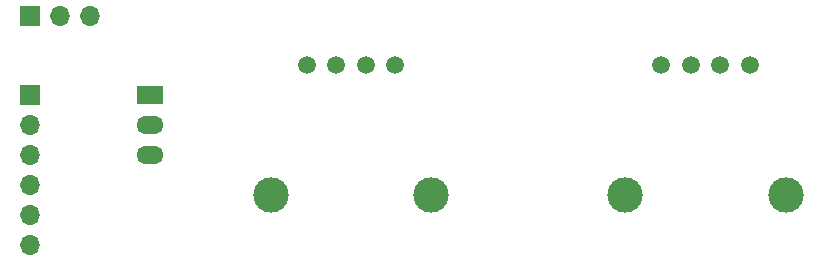
<source format=gbr>
%TF.GenerationSoftware,KiCad,Pcbnew,(5.99.0-3972-g658234715)*%
%TF.CreationDate,2020-10-12T18:33:04-04:00*%
%TF.ProjectId,lamp_refurb,6c616d70-5f72-4656-9675-72622e6b6963,1.0*%
%TF.SameCoordinates,Original*%
%TF.FileFunction,Soldermask,Bot*%
%TF.FilePolarity,Negative*%
%FSLAX46Y46*%
G04 Gerber Fmt 4.6, Leading zero omitted, Abs format (unit mm)*
G04 Created by KiCad (PCBNEW (5.99.0-3972-g658234715)) date 2020-10-12 18:33:04*
%MOMM*%
%LPD*%
G01*
G04 APERTURE LIST*
%ADD10R,2.300000X1.500000*%
%ADD11O,2.300000X1.500000*%
%ADD12R,1.700000X1.700000*%
%ADD13O,1.700000X1.700000*%
%ADD14C,1.500000*%
%ADD15C,3.000000*%
G04 APERTURE END LIST*
D10*
%TO.C,U3*%
X74930000Y-105410000D03*
D11*
X74930000Y-107950000D03*
X74930000Y-110490000D03*
%TD*%
D12*
%TO.C,J2*%
X64710000Y-98750000D03*
D13*
X67250000Y-98750000D03*
X69790000Y-98750000D03*
%TD*%
D12*
%TO.C,J3*%
X64750000Y-105420000D03*
D13*
X64750000Y-107960000D03*
X64750000Y-110500000D03*
X64750000Y-113040000D03*
X64750000Y-115580000D03*
X64750000Y-118120000D03*
%TD*%
D14*
%TO.C,RV2*%
X118170000Y-102870000D03*
X120670000Y-102870000D03*
X123170000Y-102870000D03*
X125670000Y-102870000D03*
D15*
X115120000Y-113870000D03*
X128720000Y-113870000D03*
%TD*%
D14*
%TO.C,RV1*%
X88170000Y-102870000D03*
X90670000Y-102870000D03*
X93170000Y-102870000D03*
X95670000Y-102870000D03*
D15*
X85120000Y-113870000D03*
X98720000Y-113870000D03*
%TD*%
M02*

</source>
